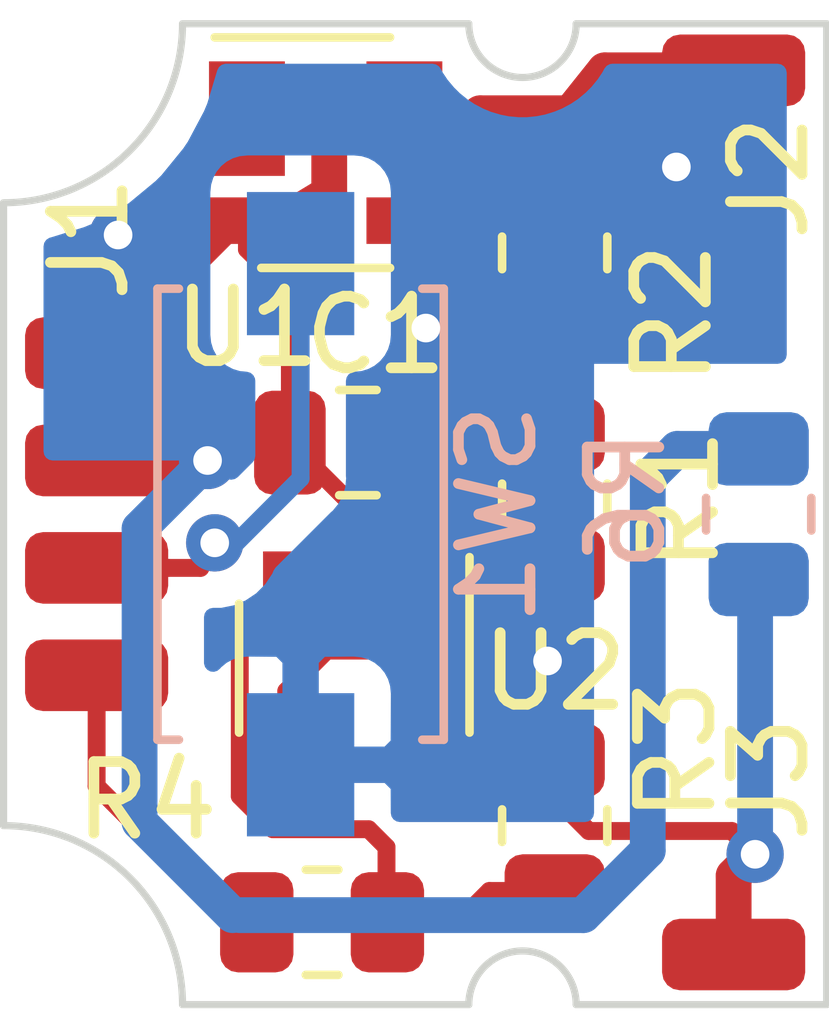
<source format=kicad_pcb>
(kicad_pcb (version 20171130) (host pcbnew 5.1.10-88a1d61d58~90~ubuntu20.04.1)

  (general
    (thickness 1)
    (drawings 12)
    (tracks 88)
    (zones 0)
    (modules 12)
    (nets 10)
  )

  (page A4)
  (layers
    (0 F.Cu signal)
    (31 B.Cu signal hide)
    (36 B.SilkS user hide)
    (37 F.SilkS user hide)
    (38 B.Mask user hide)
    (39 F.Mask user hide)
    (40 Dwgs.User user hide)
    (41 Cmts.User user hide)
    (42 Eco1.User user hide)
    (43 Eco2.User user hide)
    (44 Edge.Cuts user)
    (45 Margin user hide)
    (46 B.CrtYd user hide)
    (47 F.CrtYd user hide)
    (48 B.Fab user hide)
    (49 F.Fab user hide)
  )

  (setup
    (last_trace_width 0.25)
    (user_trace_width 0.5)
    (trace_clearance 0.2)
    (zone_clearance 0.508)
    (zone_45_only no)
    (trace_min 0.2)
    (via_size 0.8)
    (via_drill 0.4)
    (via_min_size 0.4)
    (via_min_drill 0.3)
    (uvia_size 0.3)
    (uvia_drill 0.1)
    (uvias_allowed no)
    (uvia_min_size 0.2)
    (uvia_min_drill 0.1)
    (edge_width 0.1)
    (segment_width 0.2)
    (pcb_text_width 0.3)
    (pcb_text_size 1.5 1.5)
    (mod_edge_width 0.15)
    (mod_text_size 1 1)
    (mod_text_width 0.15)
    (pad_size 1.524 1.524)
    (pad_drill 0.762)
    (pad_to_mask_clearance 0)
    (aux_axis_origin 0 0)
    (grid_origin 132 86.85)
    (visible_elements FFFFFF7F)
    (pcbplotparams
      (layerselection 0x010f0_ffffffff)
      (usegerberextensions true)
      (usegerberattributes true)
      (usegerberadvancedattributes true)
      (creategerberjobfile false)
      (excludeedgelayer true)
      (linewidth 0.100000)
      (plotframeref false)
      (viasonmask false)
      (mode 1)
      (useauxorigin false)
      (hpglpennumber 1)
      (hpglpenspeed 20)
      (hpglpendiameter 15.000000)
      (psnegative false)
      (psa4output false)
      (plotreference true)
      (plotvalue true)
      (plotinvisibletext false)
      (padsonsilk false)
      (subtractmaskfromsilk false)
      (outputformat 1)
      (mirror false)
      (drillshape 0)
      (scaleselection 1)
      (outputdirectory "../gerber/led_lamp_head/"))
  )

  (net 0 "")
  (net 1 Vreg)
  (net 2 /SW)
  (net 3 /Vpwm)
  (net 4 GND)
  (net 5 "Net-(R1-Pad1)")
  (net 6 "Net-(R3-Pad2)")
  (net 7 /OUT)
  (net 8 /FB)
  (net 9 "Net-(J3-Pad1)")

  (net_class Default "This is the default net class."
    (clearance 0.2)
    (trace_width 0.25)
    (via_dia 0.8)
    (via_drill 0.4)
    (uvia_dia 0.3)
    (uvia_drill 0.1)
    (add_net /FB)
    (add_net /OUT)
    (add_net /SW)
    (add_net /Vpwm)
    (add_net GND)
    (add_net "Net-(J3-Pad1)")
    (add_net "Net-(R1-Pad1)")
    (add_net "Net-(R3-Pad2)")
    (add_net Vreg)
  )

  (module Package_TO_SOT_SMD:SOT-23-5 (layer F.Cu) (tedit 5A02FF57) (tstamp 615FA727)
    (at 136.5 81.8)
    (descr "5-pin SOT23 package")
    (tags SOT-23-5)
    (path /615CC615)
    (attr smd)
    (fp_text reference U1 (at -1.1 2.45) (layer F.SilkS)
      (effects (font (size 1 1) (thickness 0.15)))
    )
    (fp_text value TPS73601DBV (at 0 2.9) (layer F.Fab)
      (effects (font (size 1 1) (thickness 0.15)))
    )
    (fp_line (start -0.9 1.61) (end 0.9 1.61) (layer F.SilkS) (width 0.12))
    (fp_line (start 0.9 -1.61) (end -1.55 -1.61) (layer F.SilkS) (width 0.12))
    (fp_line (start -1.9 -1.8) (end 1.9 -1.8) (layer F.CrtYd) (width 0.05))
    (fp_line (start 1.9 -1.8) (end 1.9 1.8) (layer F.CrtYd) (width 0.05))
    (fp_line (start 1.9 1.8) (end -1.9 1.8) (layer F.CrtYd) (width 0.05))
    (fp_line (start -1.9 1.8) (end -1.9 -1.8) (layer F.CrtYd) (width 0.05))
    (fp_line (start -0.9 -0.9) (end -0.25 -1.55) (layer F.Fab) (width 0.1))
    (fp_line (start 0.9 -1.55) (end -0.25 -1.55) (layer F.Fab) (width 0.1))
    (fp_line (start -0.9 -0.9) (end -0.9 1.55) (layer F.Fab) (width 0.1))
    (fp_line (start 0.9 1.55) (end -0.9 1.55) (layer F.Fab) (width 0.1))
    (fp_line (start 0.9 -1.55) (end 0.9 1.55) (layer F.Fab) (width 0.1))
    (fp_text user %R (at 0 0 -270) (layer F.Fab)
      (effects (font (size 0.5 0.5) (thickness 0.075)))
    )
    (pad 1 smd rect (at -1.1 -0.95) (size 1.06 0.65) (layers F.Cu F.Paste F.Mask)
      (net 1 Vreg))
    (pad 2 smd rect (at -1.1 0) (size 1.06 0.65) (layers F.Cu F.Paste F.Mask)
      (net 4 GND))
    (pad 3 smd rect (at -1.1 0.95) (size 1.06 0.65) (layers F.Cu F.Paste F.Mask)
      (net 1 Vreg))
    (pad 4 smd rect (at 1.1 0.95) (size 1.06 0.65) (layers F.Cu F.Paste F.Mask)
      (net 8 /FB))
    (pad 5 smd rect (at 1.1 -0.95) (size 1.06 0.65) (layers F.Cu F.Paste F.Mask)
      (net 7 /OUT))
    (model ${KISYS3DMOD}/Package_TO_SOT_SMD.3dshapes/SOT-23-5.wrl
      (at (xyz 0 0 0))
      (scale (xyz 1 1 1))
      (rotate (xyz 0 0 0))
    )
  )

  (module led_lamp:SolderWirePad_1x04_SMD_1x2mm (layer F.Cu) (tedit 615CF2C7) (tstamp 615FA6F3)
    (at 133.3 84.6 270)
    (descr "Wire Pad, Square, SMD Pad,  1mmx2mm")
    (tags "MesurementPoint Square SMDPad 5mmx10mm ")
    (path /615CF6A2)
    (attr virtual)
    (fp_text reference J1 (at -1.6 0.1 90) (layer F.SilkS)
      (effects (font (size 1 1) (thickness 0.15)))
    )
    (fp_text value Conn_01x04 (at 2.75 2.3 90) (layer F.Fab)
      (effects (font (size 1 1) (thickness 0.15)))
    )
    (fp_line (start -0.63 1.27) (end -0.63 -1.27) (layer F.Fab) (width 0.1))
    (fp_line (start 5.13 1.27) (end -0.63 1.27) (layer F.Fab) (width 0.1))
    (fp_line (start 5.13 -1.27) (end 5.13 1.27) (layer F.Fab) (width 0.1))
    (fp_line (start -0.63 -1.27) (end 5.13 -1.27) (layer F.Fab) (width 0.1))
    (fp_line (start -0.63 -1.27) (end -0.63 1.27) (layer F.CrtYd) (width 0.05))
    (fp_line (start -0.63 1.27) (end 5.13 1.27) (layer F.CrtYd) (width 0.05))
    (fp_line (start 5.13 1.27) (end 5.13 -1.27) (layer F.CrtYd) (width 0.05))
    (fp_line (start 5.13 -1.27) (end -0.63 -1.27) (layer F.CrtYd) (width 0.05))
    (fp_text user %R (at 0 0 90) (layer F.Fab)
      (effects (font (size 1 1) (thickness 0.15)))
    )
    (pad 1 smd roundrect (at 0 0 270) (size 1 2) (layers F.Cu F.Paste F.Mask) (roundrect_rratio 0.25)
      (net 1 Vreg))
    (pad 2 smd roundrect (at 1.5 0 270) (size 1 2) (layers F.Cu F.Paste F.Mask) (roundrect_rratio 0.25)
      (net 4 GND))
    (pad 3 smd roundrect (at 3 0 270) (size 1 2) (layers F.Cu F.Paste F.Mask) (roundrect_rratio 0.25)
      (net 2 /SW))
    (pad 4 smd roundrect (at 4.5 0 270) (size 1 2) (layers F.Cu F.Paste F.Mask) (roundrect_rratio 0.25)
      (net 3 /Vpwm))
  )

  (module Resistor_SMD:R_0805_2012Metric (layer F.Cu) (tedit 5F68FEEE) (tstamp 615EB2F8)
    (at 139.7 86.65 90)
    (descr "Resistor SMD 0805 (2012 Metric), square (rectangular) end terminal, IPC_7351 nominal, (Body size source: IPC-SM-782 page 72, https://www.pcb-3d.com/wordpress/wp-content/uploads/ipc-sm-782a_amendment_1_and_2.pdf), generated with kicad-footprint-generator")
    (tags resistor)
    (path /615CD142)
    (attr smd)
    (fp_text reference R1 (at 0 1.75 90) (layer F.SilkS)
      (effects (font (size 1 1) (thickness 0.15)))
    )
    (fp_text value 39k (at 0 1.65 90) (layer F.Fab)
      (effects (font (size 1 1) (thickness 0.15)))
    )
    (fp_line (start -1 0.625) (end -1 -0.625) (layer F.Fab) (width 0.1))
    (fp_line (start -1 -0.625) (end 1 -0.625) (layer F.Fab) (width 0.1))
    (fp_line (start 1 -0.625) (end 1 0.625) (layer F.Fab) (width 0.1))
    (fp_line (start 1 0.625) (end -1 0.625) (layer F.Fab) (width 0.1))
    (fp_line (start -0.227064 -0.735) (end 0.227064 -0.735) (layer F.SilkS) (width 0.12))
    (fp_line (start -0.227064 0.735) (end 0.227064 0.735) (layer F.SilkS) (width 0.12))
    (fp_line (start -1.68 0.95) (end -1.68 -0.95) (layer F.CrtYd) (width 0.05))
    (fp_line (start -1.68 -0.95) (end 1.68 -0.95) (layer F.CrtYd) (width 0.05))
    (fp_line (start 1.68 -0.95) (end 1.68 0.95) (layer F.CrtYd) (width 0.05))
    (fp_line (start 1.68 0.95) (end -1.68 0.95) (layer F.CrtYd) (width 0.05))
    (fp_text user %R (at 0 0 90) (layer F.Fab)
      (effects (font (size 0.5 0.5) (thickness 0.08)))
    )
    (pad 1 smd roundrect (at -0.9125 0 90) (size 1.025 1.4) (layers F.Cu F.Paste F.Mask) (roundrect_rratio 0.2439014634146341)
      (net 5 "Net-(R1-Pad1)"))
    (pad 2 smd roundrect (at 0.9125 0 90) (size 1.025 1.4) (layers F.Cu F.Paste F.Mask) (roundrect_rratio 0.2439014634146341)
      (net 8 /FB))
    (model ${KISYS3DMOD}/Resistor_SMD.3dshapes/R_0805_2012Metric.wrl
      (at (xyz 0 0 0))
      (scale (xyz 1 1 1))
      (rotate (xyz 0 0 0))
    )
  )

  (module Resistor_SMD:R_0805_2012Metric (layer F.Cu) (tedit 5F68FEEE) (tstamp 615EB309)
    (at 139.7 83.2 90)
    (descr "Resistor SMD 0805 (2012 Metric), square (rectangular) end terminal, IPC_7351 nominal, (Body size source: IPC-SM-782 page 72, https://www.pcb-3d.com/wordpress/wp-content/uploads/ipc-sm-782a_amendment_1_and_2.pdf), generated with kicad-footprint-generator")
    (tags resistor)
    (path /615CD6E4)
    (attr smd)
    (fp_text reference R2 (at -0.85 1.65 90) (layer F.SilkS)
      (effects (font (size 1 1) (thickness 0.15)))
    )
    (fp_text value 1k (at 0 1.65 90) (layer F.Fab)
      (effects (font (size 1 1) (thickness 0.15)))
    )
    (fp_line (start 1.68 0.95) (end -1.68 0.95) (layer F.CrtYd) (width 0.05))
    (fp_line (start 1.68 -0.95) (end 1.68 0.95) (layer F.CrtYd) (width 0.05))
    (fp_line (start -1.68 -0.95) (end 1.68 -0.95) (layer F.CrtYd) (width 0.05))
    (fp_line (start -1.68 0.95) (end -1.68 -0.95) (layer F.CrtYd) (width 0.05))
    (fp_line (start -0.227064 0.735) (end 0.227064 0.735) (layer F.SilkS) (width 0.12))
    (fp_line (start -0.227064 -0.735) (end 0.227064 -0.735) (layer F.SilkS) (width 0.12))
    (fp_line (start 1 0.625) (end -1 0.625) (layer F.Fab) (width 0.1))
    (fp_line (start 1 -0.625) (end 1 0.625) (layer F.Fab) (width 0.1))
    (fp_line (start -1 -0.625) (end 1 -0.625) (layer F.Fab) (width 0.1))
    (fp_line (start -1 0.625) (end -1 -0.625) (layer F.Fab) (width 0.1))
    (fp_text user %R (at 0 0 90) (layer F.Fab)
      (effects (font (size 0.5 0.5) (thickness 0.08)))
    )
    (pad 2 smd roundrect (at 0.9125 0 90) (size 1.025 1.4) (layers F.Cu F.Paste F.Mask) (roundrect_rratio 0.2439014634146341)
      (net 4 GND))
    (pad 1 smd roundrect (at -0.9125 0 90) (size 1.025 1.4) (layers F.Cu F.Paste F.Mask) (roundrect_rratio 0.2439014634146341)
      (net 8 /FB))
    (model ${KISYS3DMOD}/Resistor_SMD.3dshapes/R_0805_2012Metric.wrl
      (at (xyz 0 0 0))
      (scale (xyz 1 1 1))
      (rotate (xyz 0 0 0))
    )
  )

  (module Resistor_SMD:R_0805_2012Metric (layer F.Cu) (tedit 5F68FEEE) (tstamp 615EB31A)
    (at 139.7 91.2 270)
    (descr "Resistor SMD 0805 (2012 Metric), square (rectangular) end terminal, IPC_7351 nominal, (Body size source: IPC-SM-782 page 72, https://www.pcb-3d.com/wordpress/wp-content/uploads/ipc-sm-782a_amendment_1_and_2.pdf), generated with kicad-footprint-generator")
    (tags resistor)
    (path /615D1B84)
    (attr smd)
    (fp_text reference R3 (at -1.05 -1.7 90) (layer F.SilkS)
      (effects (font (size 1 1) (thickness 0.15)))
    )
    (fp_text value 1k (at 0 1.65 90) (layer F.Fab)
      (effects (font (size 1 1) (thickness 0.15)))
    )
    (fp_line (start 1.68 0.95) (end -1.68 0.95) (layer F.CrtYd) (width 0.05))
    (fp_line (start 1.68 -0.95) (end 1.68 0.95) (layer F.CrtYd) (width 0.05))
    (fp_line (start -1.68 -0.95) (end 1.68 -0.95) (layer F.CrtYd) (width 0.05))
    (fp_line (start -1.68 0.95) (end -1.68 -0.95) (layer F.CrtYd) (width 0.05))
    (fp_line (start -0.227064 0.735) (end 0.227064 0.735) (layer F.SilkS) (width 0.12))
    (fp_line (start -0.227064 -0.735) (end 0.227064 -0.735) (layer F.SilkS) (width 0.12))
    (fp_line (start 1 0.625) (end -1 0.625) (layer F.Fab) (width 0.1))
    (fp_line (start 1 -0.625) (end 1 0.625) (layer F.Fab) (width 0.1))
    (fp_line (start -1 -0.625) (end 1 -0.625) (layer F.Fab) (width 0.1))
    (fp_line (start -1 0.625) (end -1 -0.625) (layer F.Fab) (width 0.1))
    (fp_text user %R (at 0 0 90) (layer F.Fab)
      (effects (font (size 0.5 0.5) (thickness 0.08)))
    )
    (pad 2 smd roundrect (at 0.9125 0 270) (size 1.025 1.4) (layers F.Cu F.Paste F.Mask) (roundrect_rratio 0.2439014634146341)
      (net 6 "Net-(R3-Pad2)"))
    (pad 1 smd roundrect (at -0.9125 0 270) (size 1.025 1.4) (layers F.Cu F.Paste F.Mask) (roundrect_rratio 0.2439014634146341)
      (net 9 "Net-(J3-Pad1)"))
    (model ${KISYS3DMOD}/Resistor_SMD.3dshapes/R_0805_2012Metric.wrl
      (at (xyz 0 0 0))
      (scale (xyz 1 1 1))
      (rotate (xyz 0 0 0))
    )
  )

  (module Resistor_SMD:R_0805_2012Metric (layer F.Cu) (tedit 5F68FEEE) (tstamp 615EB32B)
    (at 136.45 92.55)
    (descr "Resistor SMD 0805 (2012 Metric), square (rectangular) end terminal, IPC_7351 nominal, (Body size source: IPC-SM-782 page 72, https://www.pcb-3d.com/wordpress/wp-content/uploads/ipc-sm-782a_amendment_1_and_2.pdf), generated with kicad-footprint-generator")
    (tags resistor)
    (path /615D15AF)
    (attr smd)
    (fp_text reference R4 (at -2.45 -1.7) (layer F.SilkS)
      (effects (font (size 1 1) (thickness 0.15)))
    )
    (fp_text value 150k (at 0 1.65) (layer F.Fab)
      (effects (font (size 1 1) (thickness 0.15)))
    )
    (fp_line (start -1 0.625) (end -1 -0.625) (layer F.Fab) (width 0.1))
    (fp_line (start -1 -0.625) (end 1 -0.625) (layer F.Fab) (width 0.1))
    (fp_line (start 1 -0.625) (end 1 0.625) (layer F.Fab) (width 0.1))
    (fp_line (start 1 0.625) (end -1 0.625) (layer F.Fab) (width 0.1))
    (fp_line (start -0.227064 -0.735) (end 0.227064 -0.735) (layer F.SilkS) (width 0.12))
    (fp_line (start -0.227064 0.735) (end 0.227064 0.735) (layer F.SilkS) (width 0.12))
    (fp_line (start -1.68 0.95) (end -1.68 -0.95) (layer F.CrtYd) (width 0.05))
    (fp_line (start -1.68 -0.95) (end 1.68 -0.95) (layer F.CrtYd) (width 0.05))
    (fp_line (start 1.68 -0.95) (end 1.68 0.95) (layer F.CrtYd) (width 0.05))
    (fp_line (start 1.68 0.95) (end -1.68 0.95) (layer F.CrtYd) (width 0.05))
    (fp_text user %R (at 0 0) (layer F.Fab)
      (effects (font (size 0.5 0.5) (thickness 0.08)))
    )
    (pad 1 smd roundrect (at -0.9125 0) (size 1.025 1.4) (layers F.Cu F.Paste F.Mask) (roundrect_rratio 0.2439014634146341)
      (net 3 /Vpwm))
    (pad 2 smd roundrect (at 0.9125 0) (size 1.025 1.4) (layers F.Cu F.Paste F.Mask) (roundrect_rratio 0.2439014634146341)
      (net 6 "Net-(R3-Pad2)"))
    (model ${KISYS3DMOD}/Resistor_SMD.3dshapes/R_0805_2012Metric.wrl
      (at (xyz 0 0 0))
      (scale (xyz 1 1 1))
      (rotate (xyz 0 0 0))
    )
  )

  (module Resistor_SMD:R_0805_2012Metric (layer B.Cu) (tedit 5F68FEEE) (tstamp 615EB33C)
    (at 142.55 86.85 90)
    (descr "Resistor SMD 0805 (2012 Metric), square (rectangular) end terminal, IPC_7351 nominal, (Body size source: IPC-SM-782 page 72, https://www.pcb-3d.com/wordpress/wp-content/uploads/ipc-sm-782a_amendment_1_and_2.pdf), generated with kicad-footprint-generator")
    (tags resistor)
    (path /615E2ECF)
    (attr smd)
    (fp_text reference R6 (at 0.2 -1.85 270) (layer B.SilkS)
      (effects (font (size 1 1) (thickness 0.15)) (justify mirror))
    )
    (fp_text value 0,1 (at 0 -1.65 270) (layer B.Fab)
      (effects (font (size 1 1) (thickness 0.15)) (justify mirror))
    )
    (fp_line (start -1 -0.625) (end -1 0.625) (layer B.Fab) (width 0.1))
    (fp_line (start -1 0.625) (end 1 0.625) (layer B.Fab) (width 0.1))
    (fp_line (start 1 0.625) (end 1 -0.625) (layer B.Fab) (width 0.1))
    (fp_line (start 1 -0.625) (end -1 -0.625) (layer B.Fab) (width 0.1))
    (fp_line (start -0.227064 0.735) (end 0.227064 0.735) (layer B.SilkS) (width 0.12))
    (fp_line (start -0.227064 -0.735) (end 0.227064 -0.735) (layer B.SilkS) (width 0.12))
    (fp_line (start -1.68 -0.95) (end -1.68 0.95) (layer B.CrtYd) (width 0.05))
    (fp_line (start -1.68 0.95) (end 1.68 0.95) (layer B.CrtYd) (width 0.05))
    (fp_line (start 1.68 0.95) (end 1.68 -0.95) (layer B.CrtYd) (width 0.05))
    (fp_line (start 1.68 -0.95) (end -1.68 -0.95) (layer B.CrtYd) (width 0.05))
    (fp_text user %R (at 0 0 270) (layer B.Fab)
      (effects (font (size 0.5 0.5) (thickness 0.08)) (justify mirror))
    )
    (pad 1 smd roundrect (at -0.9125 0 90) (size 1.025 1.4) (layers B.Cu B.Paste B.Mask) (roundrect_rratio 0.2439014634146341)
      (net 9 "Net-(J3-Pad1)"))
    (pad 2 smd roundrect (at 0.9125 0 90) (size 1.025 1.4) (layers B.Cu B.Paste B.Mask) (roundrect_rratio 0.2439014634146341)
      (net 4 GND))
    (model ${KISYS3DMOD}/Resistor_SMD.3dshapes/R_0805_2012Metric.wrl
      (at (xyz 0 0 0))
      (scale (xyz 1 1 1))
      (rotate (xyz 0 0 0))
    )
  )

  (module led_lamp:SW_SPST_UNKNOWN locked (layer B.Cu) (tedit 615E5FD1) (tstamp 615EB535)
    (at 136.15 86.85 90)
    (descr "Ultra-small-sized Tactile Switch with High Contact Reliability, Top-actuated Model, without Ground Terminal, without Boss")
    (tags "Tactile Switch")
    (path /615E613D)
    (attr smd)
    (fp_text reference SW1 (at 0 2.75 90) (layer B.SilkS)
      (effects (font (size 1 1) (thickness 0.15)) (justify mirror))
    )
    (fp_text value SW_Push (at 0 -2.65 90) (layer B.Fab)
      (effects (font (size 1 1) (thickness 0.15)) (justify mirror))
    )
    (fp_line (start -4.75 -2.1) (end 4.75 -2.1) (layer B.CrtYd) (width 0.05))
    (fp_line (start 4.75 -2.1) (end 4.75 2.1) (layer B.CrtYd) (width 0.05))
    (fp_line (start 4.75 2.1) (end -4.75 2.1) (layer B.CrtYd) (width 0.05))
    (fp_line (start -4.75 2.1) (end -4.75 -2.1) (layer B.CrtYd) (width 0.05))
    (fp_line (start -3.15 -1.7) (end -3.15 -2) (layer B.SilkS) (width 0.12))
    (fp_line (start -3.15 -2) (end 3.15 -2) (layer B.SilkS) (width 0.12))
    (fp_line (start 3.15 -2) (end 3.15 -1.7) (layer B.SilkS) (width 0.12))
    (fp_line (start -3.15 1.7) (end -3.15 2) (layer B.SilkS) (width 0.12))
    (fp_line (start -3.15 2) (end 3.15 2) (layer B.SilkS) (width 0.12))
    (fp_line (start 3.15 2) (end 3.15 1.7) (layer B.SilkS) (width 0.12))
    (fp_line (start -3 1.825) (end 3 1.825) (layer B.Fab) (width 0.1))
    (fp_line (start 3 1.825) (end 3 -1.825) (layer B.Fab) (width 0.1))
    (fp_line (start 3 -1.825) (end -3 -1.825) (layer B.Fab) (width 0.1))
    (fp_line (start -3 -1.825) (end -3 1.825) (layer B.Fab) (width 0.1))
    (fp_text user %R (at 0 2.8 90) (layer B.Fab)
      (effects (font (size 1 1) (thickness 0.15)) (justify mirror))
    )
    (pad 1 smd rect (at -3.5 0 90) (size 2 1.5) (layers B.Cu B.Paste B.Mask)
      (net 4 GND))
    (pad 2 smd rect (at 3.5 0 90) (size 2 1.5) (layers B.Cu B.Paste B.Mask)
      (net 2 /SW))
    (model ${KISYS3DMOD}/Button_Switch_SMD.3dshapes/SW_SPST_B3U-1000P.wrl
      (at (xyz 0 0 0))
      (scale (xyz 1 1 1))
      (rotate (xyz 0 0 0))
    )
  )

  (module Package_TO_SOT_SMD:SOT-23-5 (layer F.Cu) (tedit 5A02FF57) (tstamp 615EB37B)
    (at 136.9 89 270)
    (descr "5-pin SOT23 package")
    (tags SOT-23-5)
    (path /615CCB44)
    (attr smd)
    (fp_text reference U2 (at 0.05 -2.8 180) (layer F.SilkS)
      (effects (font (size 1 1) (thickness 0.15)))
    )
    (fp_text value MCP6001R (at 0 2.9 90) (layer F.Fab)
      (effects (font (size 1 1) (thickness 0.15)))
    )
    (fp_line (start 0.9 -1.55) (end 0.9 1.55) (layer F.Fab) (width 0.1))
    (fp_line (start 0.9 1.55) (end -0.9 1.55) (layer F.Fab) (width 0.1))
    (fp_line (start -0.9 -0.9) (end -0.9 1.55) (layer F.Fab) (width 0.1))
    (fp_line (start 0.9 -1.55) (end -0.25 -1.55) (layer F.Fab) (width 0.1))
    (fp_line (start -0.9 -0.9) (end -0.25 -1.55) (layer F.Fab) (width 0.1))
    (fp_line (start -1.9 1.8) (end -1.9 -1.8) (layer F.CrtYd) (width 0.05))
    (fp_line (start 1.9 1.8) (end -1.9 1.8) (layer F.CrtYd) (width 0.05))
    (fp_line (start 1.9 -1.8) (end 1.9 1.8) (layer F.CrtYd) (width 0.05))
    (fp_line (start -1.9 -1.8) (end 1.9 -1.8) (layer F.CrtYd) (width 0.05))
    (fp_line (start 0.9 -1.61) (end -1.55 -1.61) (layer F.SilkS) (width 0.12))
    (fp_line (start -0.9 1.61) (end 0.9 1.61) (layer F.SilkS) (width 0.12))
    (fp_text user %R (at 0 0) (layer F.Fab)
      (effects (font (size 0.5 0.5) (thickness 0.075)))
    )
    (pad 5 smd rect (at 1.1 -0.95 270) (size 1.06 0.65) (layers F.Cu F.Paste F.Mask)
      (net 4 GND))
    (pad 4 smd rect (at 1.1 0.95 270) (size 1.06 0.65) (layers F.Cu F.Paste F.Mask)
      (net 5 "Net-(R1-Pad1)"))
    (pad 3 smd rect (at -1.1 0.95 270) (size 1.06 0.65) (layers F.Cu F.Paste F.Mask)
      (net 6 "Net-(R3-Pad2)"))
    (pad 2 smd rect (at -1.1 0 270) (size 1.06 0.65) (layers F.Cu F.Paste F.Mask)
      (net 1 Vreg))
    (pad 1 smd rect (at -1.1 -0.95 270) (size 1.06 0.65) (layers F.Cu F.Paste F.Mask)
      (net 8 /FB))
    (model ${KISYS3DMOD}/Package_TO_SOT_SMD.3dshapes/SOT-23-5.wrl
      (at (xyz 0 0 0))
      (scale (xyz 1 1 1))
      (rotate (xyz 0 0 0))
    )
  )

  (module led_lamp:SolderWirePad_1x01_SMD_1x2mm (layer F.Cu) (tedit 615F4851) (tstamp 615FA538)
    (at 142.2 80.65 90)
    (descr "Wire Pad, Square, SMD Pad,  1mmx2mm")
    (tags "MesurementPoint Square SMDPad 5mmx10mm ")
    (path /615F55B4)
    (attr virtual)
    (fp_text reference J2 (at -1.5 0.5 90) (layer F.SilkS)
      (effects (font (size 1 1) (thickness 0.15)))
    )
    (fp_text value Conn_01x01 (at 0 2.85 90) (layer F.Fab)
      (effects (font (size 1 1) (thickness 0.15)))
    )
    (fp_line (start 0.65 -1.27) (end -0.65 -1.27) (layer F.CrtYd) (width 0.05))
    (fp_line (start 0.65 1.27) (end 0.65 -1.27) (layer F.CrtYd) (width 0.05))
    (fp_line (start -0.65 1.27) (end 0.65 1.27) (layer F.CrtYd) (width 0.05))
    (fp_line (start -0.65 -1.27) (end -0.65 1.27) (layer F.CrtYd) (width 0.05))
    (fp_line (start -0.65 -1.27) (end 0.65 -1.27) (layer F.Fab) (width 0.1))
    (fp_line (start 0.65 -1.27) (end 0.65 1.27) (layer F.Fab) (width 0.1))
    (fp_line (start 0.65 1.27) (end -0.65 1.27) (layer F.Fab) (width 0.1))
    (fp_line (start -0.65 1.27) (end -0.65 -1.27) (layer F.Fab) (width 0.1))
    (fp_text user %R (at 0 0 90) (layer F.Fab)
      (effects (font (size 1 1) (thickness 0.15)))
    )
    (pad 1 smd roundrect (at 0 0 90) (size 1 2) (layers F.Cu F.Paste F.Mask) (roundrect_rratio 0.25)
      (net 7 /OUT))
  )

  (module led_lamp:SolderWirePad_1x01_SMD_1x2mm (layer F.Cu) (tedit 615F4851) (tstamp 615FA5DA)
    (at 142.2 93 90)
    (descr "Wire Pad, Square, SMD Pad,  1mmx2mm")
    (tags "MesurementPoint Square SMDPad 5mmx10mm ")
    (path /615F5B84)
    (attr virtual)
    (fp_text reference J3 (at 2.45 0.5 90) (layer F.SilkS)
      (effects (font (size 1 1) (thickness 0.15)))
    )
    (fp_text value Conn_01x01 (at 0 2.85 90) (layer F.Fab)
      (effects (font (size 1 1) (thickness 0.15)))
    )
    (fp_line (start -0.65 1.27) (end -0.65 -1.27) (layer F.Fab) (width 0.1))
    (fp_line (start 0.65 1.27) (end -0.65 1.27) (layer F.Fab) (width 0.1))
    (fp_line (start 0.65 -1.27) (end 0.65 1.27) (layer F.Fab) (width 0.1))
    (fp_line (start -0.65 -1.27) (end 0.65 -1.27) (layer F.Fab) (width 0.1))
    (fp_line (start -0.65 -1.27) (end -0.65 1.27) (layer F.CrtYd) (width 0.05))
    (fp_line (start -0.65 1.27) (end 0.65 1.27) (layer F.CrtYd) (width 0.05))
    (fp_line (start 0.65 1.27) (end 0.65 -1.27) (layer F.CrtYd) (width 0.05))
    (fp_line (start 0.65 -1.27) (end -0.65 -1.27) (layer F.CrtYd) (width 0.05))
    (fp_text user %R (at 0 0 90) (layer F.Fab)
      (effects (font (size 1 1) (thickness 0.15)))
    )
    (pad 1 smd roundrect (at 0 0 90) (size 1 2) (layers F.Cu F.Paste F.Mask) (roundrect_rratio 0.25)
      (net 9 "Net-(J3-Pad1)"))
  )

  (module Capacitor_SMD:C_0805_2012Metric (layer F.Cu) (tedit 5F68FEEE) (tstamp 61615058)
    (at 136.95 85.85)
    (descr "Capacitor SMD 0805 (2012 Metric), square (rectangular) end terminal, IPC_7351 nominal, (Body size source: IPC-SM-782 page 76, https://www.pcb-3d.com/wordpress/wp-content/uploads/ipc-sm-782a_amendment_1_and_2.pdf, https://docs.google.com/spreadsheets/d/1BsfQQcO9C6DZCsRaXUlFlo91Tg2WpOkGARC1WS5S8t0/edit?usp=sharing), generated with kicad-footprint-generator")
    (tags capacitor)
    (path /61610B38)
    (attr smd)
    (fp_text reference C1 (at 0.25 -1.5) (layer F.SilkS)
      (effects (font (size 1 1) (thickness 0.15)))
    )
    (fp_text value 100n (at 0 1.68) (layer F.Fab)
      (effects (font (size 1 1) (thickness 0.15)))
    )
    (fp_line (start -1 0.625) (end -1 -0.625) (layer F.Fab) (width 0.1))
    (fp_line (start -1 -0.625) (end 1 -0.625) (layer F.Fab) (width 0.1))
    (fp_line (start 1 -0.625) (end 1 0.625) (layer F.Fab) (width 0.1))
    (fp_line (start 1 0.625) (end -1 0.625) (layer F.Fab) (width 0.1))
    (fp_line (start -0.261252 -0.735) (end 0.261252 -0.735) (layer F.SilkS) (width 0.12))
    (fp_line (start -0.261252 0.735) (end 0.261252 0.735) (layer F.SilkS) (width 0.12))
    (fp_line (start -1.7 0.98) (end -1.7 -0.98) (layer F.CrtYd) (width 0.05))
    (fp_line (start -1.7 -0.98) (end 1.7 -0.98) (layer F.CrtYd) (width 0.05))
    (fp_line (start 1.7 -0.98) (end 1.7 0.98) (layer F.CrtYd) (width 0.05))
    (fp_line (start 1.7 0.98) (end -1.7 0.98) (layer F.CrtYd) (width 0.05))
    (fp_text user %R (at 0 0) (layer F.Fab)
      (effects (font (size 0.5 0.5) (thickness 0.08)))
    )
    (pad 1 smd roundrect (at -0.95 0) (size 1 1.45) (layers F.Cu F.Paste F.Mask) (roundrect_rratio 0.25)
      (net 1 Vreg))
    (pad 2 smd roundrect (at 0.95 0) (size 1 1.45) (layers F.Cu F.Paste F.Mask) (roundrect_rratio 0.25)
      (net 4 GND))
    (model ${KISYS3DMOD}/Capacitor_SMD.3dshapes/C_0805_2012Metric.wrl
      (at (xyz 0 0 0))
      (scale (xyz 1 1 1))
      (rotate (xyz 0 0 0))
    )
  )

  (gr_line (start 138.5 93.7) (end 134.5 93.7) (layer Edge.Cuts) (width 0.1) (tstamp 615FA69D))
  (gr_line (start 138.5 80) (end 138.5 80) (layer Edge.Cuts) (width 0.1) (tstamp 615FA697))
  (gr_line (start 140 80) (end 143.5 80) (layer Edge.Cuts) (width 0.1) (tstamp 615FA695))
  (gr_line (start 143.5 93.7) (end 140 93.7) (layer Edge.Cuts) (width 0.1))
  (gr_arc (start 139.25 93.7) (end 140 93.7) (angle -180) (layer Edge.Cuts) (width 0.1) (tstamp 615FA675))
  (gr_arc (start 139.25 80) (end 138.5 80) (angle -180) (layer Edge.Cuts) (width 0.1) (tstamp 615FA6DE))
  (gr_poly (pts (xy 143.5 91) (xy 141.1 91) (xy 141.1 82.7) (xy 143.5 82.7)) (layer Margin) (width 0.1))
  (gr_arc (start 132 93.7) (end 134.5 93.7) (angle -90) (layer Edge.Cuts) (width 0.1))
  (gr_arc (start 132 80) (end 132 82.5) (angle -90) (layer Edge.Cuts) (width 0.1))
  (gr_line (start 143.5 80) (end 143.5 93.7) (layer Edge.Cuts) (width 0.1))
  (gr_line (start 134.5 80) (end 138.5 80) (layer Edge.Cuts) (width 0.1))
  (gr_line (start 132 91.2) (end 132 82.5) (layer Edge.Cuts) (width 0.1))

  (segment (start 136.55 82.370002) (end 136.55 81.2) (width 0.5) (layer F.Cu) (net 1) (tstamp 6161558B))
  (segment (start 133.3 84.6) (end 135.15 82.75) (width 0.5) (layer F.Cu) (net 1))
  (segment (start 135.15 82.75) (end 135.4 82.75) (width 0.5) (layer F.Cu) (net 1))
  (segment (start 135.4 82.75) (end 135.4 83.15) (width 0.25) (layer F.Cu) (net 1))
  (segment (start 136 83.75) (end 136 85.85) (width 0.25) (layer F.Cu) (net 1))
  (segment (start 135.4 83.15) (end 136 83.75) (width 0.25) (layer F.Cu) (net 1))
  (segment (start 136 85.85) (end 136.9 86.75) (width 0.25) (layer F.Cu) (net 1))
  (segment (start 136.9 86.75) (end 136.9 87.9) (width 0.25) (layer F.Cu) (net 1))
  (segment (start 135.890002 80.85) (end 135.4 80.85) (width 0.5) (layer F.Cu) (net 1))
  (segment (start 136.55 81.2) (end 135.890002 80.85) (width 0.5) (layer F.Cu) (net 1))
  (segment (start 135.840002 82.8) (end 136.55 82.370002) (width 0.5) (layer F.Cu) (net 1))
  (segment (start 133.3 87.6) (end 134.3 87.6) (width 0.25) (layer F.Cu) (net 2))
  (segment (start 134.75 87.6) (end 133.3 87.6) (width 0.25) (layer F.Cu) (net 2))
  (segment (start 134.95 87.25) (end 135.25 87.25) (width 0.25) (layer B.Cu) (net 2))
  (segment (start 135.25 87.25) (end 136.15 86.35) (width 0.25) (layer B.Cu) (net 2))
  (segment (start 136.15 86.35) (end 136.15 83.4) (width 0.25) (layer B.Cu) (net 2))
  (via (at 134.95 87.25) (size 0.8) (drill 0.4) (layers F.Cu B.Cu) (net 2))
  (segment (start 134.95 87.25) (end 134.75 87.6) (width 0.25) (layer F.Cu) (net 2))
  (segment (start 135.2 92.55) (end 135.55 92.55) (width 0.25) (layer F.Cu) (net 3))
  (segment (start 133.3 90.65) (end 135.2 92.55) (width 0.25) (layer F.Cu) (net 3))
  (segment (start 133.3 90.65) (end 133.3 89.1) (width 0.25) (layer F.Cu) (net 3))
  (segment (start 133.3 86.1) (end 133.61319 86.1) (width 0.25) (layer F.Cu) (net 4))
  (via (at 133.6 82.95) (size 0.8) (drill 0.4) (layers F.Cu B.Cu) (net 4))
  (segment (start 134.75 81.8) (end 133.6 82.95) (width 0.25) (layer F.Cu) (net 4))
  (segment (start 135.4 81.8) (end 134.75 81.8) (width 0.25) (layer F.Cu) (net 4))
  (via (at 141.4 82) (size 0.8) (drill 0.4) (layers F.Cu B.Cu) (net 4))
  (segment (start 141.2625 82.1375) (end 141.4 82) (width 0.25) (layer F.Cu) (net 4))
  (segment (start 139.7 82.1375) (end 141.2625 82.1375) (width 0.25) (layer F.Cu) (net 4))
  (via (at 137.9 84.25) (size 0.8) (drill 0.4) (layers F.Cu B.Cu) (net 4))
  (segment (start 137.9 85.85) (end 137.9 84.25) (width 0.25) (layer F.Cu) (net 4))
  (via (at 139.6 88.9) (size 0.8) (drill 0.4) (layers F.Cu B.Cu) (net 4))
  (segment (start 139.034315 88.9) (end 139.6 88.9) (width 0.25) (layer F.Cu) (net 4))
  (segment (start 137.85 90.1) (end 137.85 90.084315) (width 0.25) (layer F.Cu) (net 4))
  (segment (start 137.85 90.084315) (end 139.034315 88.9) (width 0.25) (layer F.Cu) (net 4))
  (segment (start 141 86.35) (end 141.4125 85.9375) (width 0.5) (layer B.Cu) (net 4))
  (segment (start 141 91.55) (end 141 86.35) (width 0.5) (layer B.Cu) (net 4))
  (segment (start 140.1 92.45) (end 141 91.55) (width 0.5) (layer B.Cu) (net 4))
  (segment (start 135.3 92.45) (end 140.1 92.45) (width 0.5) (layer B.Cu) (net 4))
  (segment (start 141.4125 85.9375) (end 142.55 85.9375) (width 0.5) (layer B.Cu) (net 4))
  (segment (start 135.2 92.45) (end 135.3 92.45) (width 0.25) (layer B.Cu) (net 4))
  (segment (start 134.85 86.1) (end 134.8 85.7) (width 0.25) (layer B.Cu) (net 4))
  (segment (start 134.05 86.1) (end 133.3 86.1) (width 0.5) (layer F.Cu) (net 4))
  (segment (start 134.85 86.1) (end 134.05 86.1) (width 0.5) (layer F.Cu) (net 4))
  (via (at 134.85 86.1) (size 0.8) (drill 0.4) (layers F.Cu B.Cu) (net 4))
  (segment (start 133.9 87.05) (end 134.85 86.1) (width 0.5) (layer B.Cu) (net 4))
  (segment (start 133.9 91.15) (end 133.9 87.05) (width 0.5) (layer B.Cu) (net 4))
  (segment (start 135.2 92.45) (end 133.9 91.15) (width 0.5) (layer B.Cu) (net 4))
  (segment (start 135.95 89.32) (end 136.514999 88.755001) (width 0.25) (layer F.Cu) (net 5))
  (segment (start 135.95 90.1) (end 135.95 89.32) (width 0.25) (layer F.Cu) (net 5))
  (segment (start 136.514999 88.755001) (end 138.435001 88.755001) (width 0.25) (layer F.Cu) (net 5))
  (segment (start 138.435001 88.755001) (end 138.6 88.590002) (width 0.25) (layer F.Cu) (net 5))
  (segment (start 138.6 88.590002) (end 138.6 87.8) (width 0.25) (layer F.Cu) (net 5))
  (segment (start 138.6 87.8) (end 138.85 87.55) (width 0.25) (layer F.Cu) (net 5))
  (segment (start 138.85 87.55) (end 139.7 87.55) (width 0.25) (layer F.Cu) (net 5))
  (segment (start 139.7 92.1125) (end 138.7875 92.1125) (width 0.25) (layer F.Cu) (net 6))
  (segment (start 138.7875 92.1125) (end 138.35 92.55) (width 0.25) (layer F.Cu) (net 6))
  (segment (start 138.35 92.55) (end 137.35 92.55) (width 0.25) (layer F.Cu) (net 6))
  (segment (start 135.299999 90.786809) (end 135.76319 91.25) (width 0.25) (layer F.Cu) (net 6))
  (segment (start 135.299999 88.550001) (end 135.299999 90.786809) (width 0.25) (layer F.Cu) (net 6))
  (segment (start 135.95 87.9) (end 135.299999 88.550001) (width 0.25) (layer F.Cu) (net 6))
  (segment (start 135.76319 91.25) (end 136.85 91.25) (width 0.25) (layer F.Cu) (net 6))
  (segment (start 136.85 91.25) (end 137.1 91.25) (width 0.25) (layer F.Cu) (net 6))
  (segment (start 137.1 91.25) (end 137.35 91.5) (width 0.25) (layer F.Cu) (net 6))
  (segment (start 137.35 91.5) (end 137.35 92.55) (width 0.25) (layer F.Cu) (net 6))
  (segment (start 138.659472 81.25) (end 139.920528 81.25) (width 0.5) (layer F.Cu) (net 7))
  (segment (start 138.109472 81.8) (end 138.659472 81.25) (width 0.5) (layer F.Cu) (net 7))
  (segment (start 137.8 81.8) (end 138.109472 81.8) (width 0.5) (layer F.Cu) (net 7))
  (segment (start 137.6 81.6) (end 137.8 81.8) (width 0.5) (layer F.Cu) (net 7))
  (segment (start 137.6 80.85) (end 137.6 81.6) (width 0.5) (layer F.Cu) (net 7))
  (segment (start 140.4 80.65) (end 142.2 80.65) (width 0.5) (layer F.Cu) (net 7))
  (segment (start 139.920528 81.25) (end 140.4 80.65) (width 0.5) (layer F.Cu) (net 7))
  (segment (start 139.7 85.7375) (end 139.7 84) (width 0.25) (layer F.Cu) (net 8))
  (segment (start 137.6 82.75) (end 138.5 82.75) (width 0.25) (layer F.Cu) (net 8))
  (segment (start 138.5 82.75) (end 139.7 83.95) (width 0.25) (layer F.Cu) (net 8))
  (segment (start 137.85 87.695) (end 138.845 86.7) (width 0.25) (layer F.Cu) (net 8))
  (segment (start 137.85 87.9) (end 137.85 87.695) (width 0.25) (layer F.Cu) (net 8))
  (segment (start 138.845 86.7) (end 139.15 86.7) (width 0.25) (layer F.Cu) (net 8))
  (segment (start 139.15 86.7) (end 139.55 86.7) (width 0.25) (layer F.Cu) (net 8))
  (segment (start 139.55 86.7) (end 139.7 86.55) (width 0.25) (layer F.Cu) (net 8))
  (segment (start 139.7 86.55) (end 139.7 85.75) (width 0.25) (layer F.Cu) (net 8))
  (via (at 142.5 91.6) (size 0.8) (drill 0.4) (layers F.Cu B.Cu) (net 9))
  (segment (start 142.2 91.9) (end 142.5 91.6) (width 0.5) (layer F.Cu) (net 9))
  (segment (start 142.2 93) (end 142.2 91.9) (width 0.5) (layer F.Cu) (net 9))
  (segment (start 142.5 91.6) (end 142.5 87.85) (width 0.5) (layer B.Cu) (net 9))
  (segment (start 142.17499 91.27499) (end 142.5 91.6) (width 0.25) (layer F.Cu) (net 9))
  (segment (start 140.17499 91.27499) (end 142.17499 91.27499) (width 0.25) (layer F.Cu) (net 9))
  (segment (start 139.7 90.8) (end 140.17499 91.27499) (width 0.25) (layer F.Cu) (net 9))
  (segment (start 139.7 90.2875) (end 139.7 90.8) (width 0.25) (layer F.Cu) (net 9))

  (zone (net 4) (net_name GND) (layer B.Cu) (tstamp 616895F5) (hatch edge 0.508)
    (connect_pads (clearance 0.508))
    (min_thickness 0.254)
    (fill yes (arc_segments 32) (thermal_gap 0.508) (thermal_bridge_width 0.508))
    (polygon
      (pts
        (xy 144.7 84.75) (xy 140.25 84.75) (xy 140.25 91.15) (xy 134.8 91.15) (xy 134.8 86.1)
        (xy 131.5 86.1) (xy 131.5 79.5) (xy 144.7 79.5)
      )
    )
    (filled_polygon
      (pts
        (xy 138.030896 80.753728) (xy 138.065971 80.804954) (xy 138.100325 80.856662) (xy 138.106421 80.86403) (xy 138.106426 80.864037)
        (xy 138.106432 80.864043) (xy 138.200509 80.976161) (xy 138.244852 81.019585) (xy 138.288621 81.06366) (xy 138.296033 81.069705)
        (xy 138.410109 81.161423) (xy 138.462026 81.195396) (xy 138.513523 81.230131) (xy 138.521968 81.234621) (xy 138.651685 81.302436)
        (xy 138.709256 81.325696) (xy 138.766488 81.349754) (xy 138.775644 81.352519) (xy 138.916062 81.393846) (xy 138.977049 81.40548)
        (xy 139.037859 81.417962) (xy 139.047377 81.418896) (xy 139.193149 81.432162) (xy 139.255236 81.431729) (xy 139.317323 81.432162)
        (xy 139.326832 81.43123) (xy 139.326835 81.43123) (xy 139.326838 81.431229) (xy 139.326842 81.431229) (xy 139.472414 81.415928)
        (xy 139.533228 81.403444) (xy 139.594211 81.391811) (xy 139.603367 81.389047) (xy 139.743196 81.345763) (xy 139.800446 81.321698)
        (xy 139.857994 81.298447) (xy 139.866439 81.293957) (xy 139.995197 81.224338) (xy 140.046677 81.189614) (xy 140.098618 81.155625)
        (xy 140.10603 81.14958) (xy 140.218813 81.056278) (xy 140.26256 81.012224) (xy 140.306918 80.968786) (xy 140.313015 80.961416)
        (xy 140.405527 80.847985) (xy 140.439893 80.79626) (xy 140.47496 80.745046) (xy 140.479509 80.736633) (xy 140.506963 80.685)
        (xy 142.815 80.685) (xy 142.815 84.623) (xy 140.25 84.623) (xy 140.225224 84.62544) (xy 140.201399 84.632667)
        (xy 140.179443 84.644403) (xy 140.160197 84.660197) (xy 140.144403 84.679443) (xy 140.132667 84.701399) (xy 140.12544 84.725224)
        (xy 140.123 84.75) (xy 140.123 91.023) (xy 137.536666 91.023) (xy 137.535 90.63575) (xy 137.37625 90.477)
        (xy 136.277 90.477) (xy 136.277 90.497) (xy 136.023 90.497) (xy 136.023 90.477) (xy 136.003 90.477)
        (xy 136.003 90.223) (xy 136.023 90.223) (xy 136.023 88.87375) (xy 136.277 88.87375) (xy 136.277 90.223)
        (xy 137.37625 90.223) (xy 137.535 90.06425) (xy 137.538072 89.35) (xy 137.525812 89.225518) (xy 137.489502 89.10582)
        (xy 137.430537 88.995506) (xy 137.351185 88.898815) (xy 137.254494 88.819463) (xy 137.14418 88.760498) (xy 137.024482 88.724188)
        (xy 136.9 88.711928) (xy 136.43575 88.715) (xy 136.277 88.87375) (xy 136.023 88.87375) (xy 135.86425 88.715)
        (xy 135.4 88.711928) (xy 135.275518 88.724188) (xy 135.15582 88.760498) (xy 135.045506 88.819463) (xy 134.948815 88.898815)
        (xy 134.927 88.925397) (xy 134.927 88.285) (xy 135.051939 88.285) (xy 135.251898 88.245226) (xy 135.440256 88.167205)
        (xy 135.609774 88.053937) (xy 135.753937 87.909774) (xy 135.867205 87.740256) (xy 135.890299 87.684502) (xy 136.661004 86.913798)
        (xy 136.690001 86.890001) (xy 136.784974 86.774276) (xy 136.855546 86.642247) (xy 136.899003 86.498986) (xy 136.91 86.387333)
        (xy 136.91 86.387324) (xy 136.913676 86.350001) (xy 136.91 86.312678) (xy 136.91 84.987087) (xy 137.024482 84.975812)
        (xy 137.14418 84.939502) (xy 137.254494 84.880537) (xy 137.351185 84.801185) (xy 137.430537 84.704494) (xy 137.489502 84.59418)
        (xy 137.525812 84.474482) (xy 137.538072 84.35) (xy 137.538072 82.35) (xy 137.525812 82.225518) (xy 137.489502 82.10582)
        (xy 137.430537 81.995506) (xy 137.351185 81.898815) (xy 137.254494 81.819463) (xy 137.14418 81.760498) (xy 137.024482 81.724188)
        (xy 136.9 81.711928) (xy 135.4 81.711928) (xy 135.275518 81.724188) (xy 135.15582 81.760498) (xy 135.045506 81.819463)
        (xy 134.948815 81.898815) (xy 134.869463 81.995506) (xy 134.810498 82.10582) (xy 134.774188 82.225518) (xy 134.761928 82.35)
        (xy 134.761928 84.35) (xy 134.774188 84.474482) (xy 134.810498 84.59418) (xy 134.869463 84.704494) (xy 134.948815 84.801185)
        (xy 135.045506 84.880537) (xy 135.15582 84.939502) (xy 135.275518 84.975812) (xy 135.39 84.987087) (xy 135.39 86.035198)
        (xy 135.183942 86.241257) (xy 135.051939 86.215) (xy 134.927 86.215) (xy 134.927 86.1) (xy 134.92456 86.075224)
        (xy 134.917333 86.051399) (xy 134.905597 86.029443) (xy 134.889803 86.010197) (xy 134.870557 85.994403) (xy 134.848601 85.982667)
        (xy 134.824776 85.97544) (xy 134.8 85.973) (xy 132.685 85.973) (xy 132.685 83.108185) (xy 132.696099 83.106068)
        (xy 132.705255 83.103304) (xy 133.171349 82.959024) (xy 133.228591 82.934961) (xy 133.286147 82.911707) (xy 133.294592 82.907217)
        (xy 133.723785 82.675153) (xy 133.775248 82.640441) (xy 133.827205 82.606441) (xy 133.834617 82.600396) (xy 134.210562 82.289388)
        (xy 134.25431 82.245333) (xy 134.298668 82.201895) (xy 134.304764 82.194526) (xy 134.613141 81.816418) (xy 134.647512 81.764685)
        (xy 134.682573 81.71348) (xy 134.687122 81.705067) (xy 134.916184 81.274264) (xy 134.939847 81.216854) (xy 134.9643 81.159799)
        (xy 134.967129 81.150663) (xy 135.107721 80.685) (xy 137.993112 80.685)
      )
    )
  )
)

</source>
